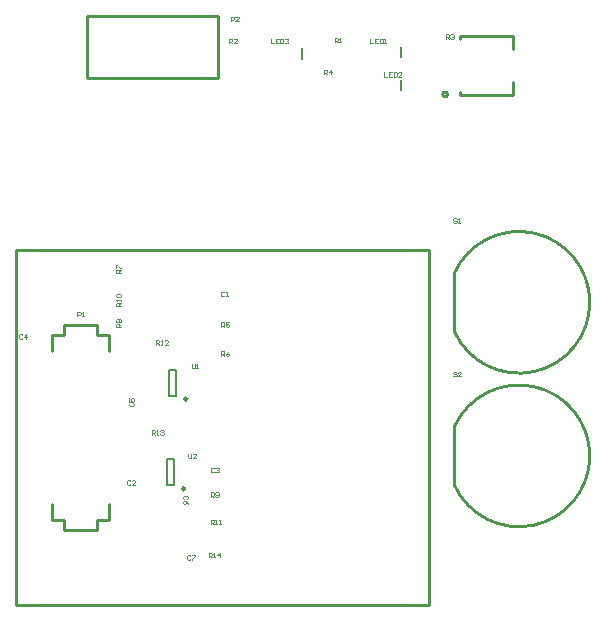
<source format=gto>
G04*
G04 #@! TF.GenerationSoftware,Altium Limited,Altium Designer,19.0.10 (269)*
G04*
G04 Layer_Color=65535*
%FSLAX25Y25*%
%MOIN*%
G70*
G01*
G75*
%ADD10C,0.01000*%
%ADD11C,0.00984*%
%ADD12C,0.00591*%
%ADD13C,0.00787*%
%ADD14C,0.00295*%
D10*
X143922Y170079D02*
G03*
X143922Y170079I-812J0D01*
G01*
X146212Y91013D02*
G03*
X146212Y110562I21505J9775D01*
G01*
X146212Y39831D02*
G03*
X146212Y59381I21505J9775D01*
G01*
X52362Y196318D02*
X67440D01*
Y175452D02*
Y196318D01*
X23840Y175452D02*
Y196318D01*
Y175452D02*
X67440D01*
X23840Y196318D02*
X56299D01*
X148031Y188583D02*
Y189567D01*
Y169882D02*
Y171063D01*
X165748Y185236D02*
Y189567D01*
Y169882D02*
Y174213D01*
X148031Y189567D02*
X165748D01*
X148031Y169882D02*
X165748D01*
X146063Y91013D02*
Y110562D01*
X146063Y39831D02*
Y59381D01*
X16142Y93307D02*
X27165D01*
Y89764D02*
X31102D01*
X16142D02*
Y93307D01*
X12205Y89764D02*
X16142D01*
X27165D02*
Y93307D01*
X16142Y24803D02*
Y28346D01*
X27165D02*
X31102D01*
X27165Y24803D02*
Y28346D01*
X12205D02*
X16142D01*
Y24803D02*
X27165D01*
X12205Y84646D02*
Y89764D01*
X31102Y84646D02*
Y89764D01*
X12205Y28346D02*
Y33465D01*
X31102Y28346D02*
Y33465D01*
X0Y0D02*
X137795D01*
Y118110D01*
X0D02*
X137795D01*
X0Y0D02*
Y118110D01*
D11*
X57185Y68602D02*
G03*
X57185Y68602I-492J0D01*
G01*
X56398Y38681D02*
G03*
X56398Y38681I-492J0D01*
G01*
D12*
X128434Y182431D02*
Y186015D01*
Y171437D02*
Y175021D01*
X95408Y182019D02*
Y185603D01*
D13*
X51181Y69685D02*
Y78347D01*
X53543Y69685D02*
Y78347D01*
X51181D02*
X53543D01*
X51181Y69685D02*
X53543D01*
X50394Y39764D02*
Y48425D01*
X52756Y39764D02*
Y48425D01*
X50394D02*
X52756D01*
X50394Y39764D02*
X52756D01*
D14*
X64252Y15748D02*
Y17322D01*
X65039D01*
X65302Y17060D01*
Y16535D01*
X65039Y16273D01*
X64252D01*
X64777D02*
X65302Y15748D01*
X65826D02*
X66351D01*
X66089D01*
Y17322D01*
X65826Y17060D01*
X67925Y15748D02*
Y17322D01*
X67138Y16535D01*
X68188D01*
X58235Y16273D02*
X57972Y16535D01*
X57447D01*
X57185Y16273D01*
Y15223D01*
X57447Y14961D01*
X57972D01*
X58235Y15223D01*
X58759Y16535D02*
X59809D01*
Y16273D01*
X58759Y15223D01*
Y14961D01*
X45354Y56693D02*
Y58267D01*
X46141D01*
X46404Y58005D01*
Y57480D01*
X46141Y57218D01*
X45354D01*
X45879D02*
X46404Y56693D01*
X46929D02*
X47453D01*
X47191D01*
Y58267D01*
X46929Y58005D01*
X48241D02*
X48503Y58267D01*
X49028D01*
X49290Y58005D01*
Y57742D01*
X49028Y57480D01*
X48765D01*
X49028D01*
X49290Y57218D01*
Y56955D01*
X49028Y56693D01*
X48503D01*
X48241Y56955D01*
X46752Y86614D02*
Y88188D01*
X47539D01*
X47802Y87926D01*
Y87401D01*
X47539Y87139D01*
X46752D01*
X47277D02*
X47802Y86614D01*
X48326D02*
X48851D01*
X48589D01*
Y88188D01*
X48326Y87926D01*
X50688Y86614D02*
X49638D01*
X50688Y87664D01*
Y87926D01*
X50425Y88188D01*
X49901D01*
X49638Y87926D01*
X57217Y35171D02*
X57480Y35433D01*
Y35958D01*
X57217Y36220D01*
X56168D01*
X55905Y35958D01*
Y35433D01*
X56168Y35171D01*
X57480Y33597D02*
X57217Y34121D01*
X56693Y34646D01*
X56168D01*
X55905Y34384D01*
Y33859D01*
X56168Y33597D01*
X56430D01*
X56693Y33859D01*
Y34646D01*
X38058Y67191D02*
X37796Y66929D01*
Y66404D01*
X38058Y66142D01*
X39108D01*
X39370Y66404D01*
Y66929D01*
X39108Y67191D01*
X37796Y68765D02*
Y67716D01*
X38583D01*
X38320Y68241D01*
Y68503D01*
X38583Y68765D01*
X39108D01*
X39370Y68503D01*
Y67978D01*
X39108Y67716D01*
X57480Y50393D02*
Y49081D01*
X57743Y48819D01*
X58267D01*
X58530Y49081D01*
Y50393D01*
X60104Y48819D02*
X59055D01*
X60104Y49868D01*
Y50131D01*
X59842Y50393D01*
X59317D01*
X59055Y50131D01*
X58661Y80314D02*
Y79002D01*
X58924Y78740D01*
X59449D01*
X59711Y79002D01*
Y80314D01*
X60236Y78740D02*
X60760D01*
X60498D01*
Y80314D01*
X60236Y80052D01*
X146918Y77379D02*
X146656Y77641D01*
X146131D01*
X145869Y77379D01*
Y77116D01*
X146131Y76854D01*
X146656D01*
X146918Y76592D01*
Y76329D01*
X146656Y76067D01*
X146131D01*
X145869Y76329D01*
X148492Y76067D02*
X147443D01*
X148492Y77116D01*
Y77379D01*
X148230Y77641D01*
X147705D01*
X147443Y77379D01*
X146918Y128547D02*
X146656Y128809D01*
X146131D01*
X145869Y128547D01*
Y128284D01*
X146131Y128022D01*
X146656D01*
X146918Y127759D01*
Y127497D01*
X146656Y127235D01*
X146131D01*
X145869Y127497D01*
X147443Y127235D02*
X147968D01*
X147705D01*
Y128809D01*
X147443Y128547D01*
X64961Y26772D02*
Y28346D01*
X65748D01*
X66010Y28084D01*
Y27559D01*
X65748Y27296D01*
X64961D01*
X65485D02*
X66010Y26772D01*
X66535D02*
X67060D01*
X66797D01*
Y28346D01*
X66535Y28084D01*
X67847Y26772D02*
X68372D01*
X68109D01*
Y28346D01*
X67847Y28084D01*
X35039Y99606D02*
X33465D01*
Y100393D01*
X33727Y100656D01*
X34252D01*
X34515Y100393D01*
Y99606D01*
Y100131D02*
X35039Y100656D01*
Y101181D02*
Y101705D01*
Y101443D01*
X33465D01*
X33727Y101181D01*
Y102492D02*
X33465Y102755D01*
Y103280D01*
X33727Y103542D01*
X34777D01*
X35039Y103280D01*
Y102755D01*
X34777Y102492D01*
X33727D01*
X64961Y35827D02*
Y37401D01*
X65748D01*
X66010Y37139D01*
Y36614D01*
X65748Y36351D01*
X64961D01*
X65485D02*
X66010Y35827D01*
X66535Y36089D02*
X66797Y35827D01*
X67322D01*
X67585Y36089D01*
Y37139D01*
X67322Y37401D01*
X66797D01*
X66535Y37139D01*
Y36876D01*
X66797Y36614D01*
X67585D01*
X35039Y92520D02*
X33465D01*
Y93307D01*
X33727Y93569D01*
X34252D01*
X34515Y93307D01*
Y92520D01*
Y93044D02*
X35039Y93569D01*
X33727Y94094D02*
X33465Y94356D01*
Y94881D01*
X33727Y95144D01*
X33990D01*
X34252Y94881D01*
X34515Y95144D01*
X34777D01*
X35039Y94881D01*
Y94356D01*
X34777Y94094D01*
X34515D01*
X34252Y94356D01*
X33990Y94094D01*
X33727D01*
X34252Y94356D02*
Y94881D01*
X35039Y110630D02*
X33465D01*
Y111417D01*
X33727Y111679D01*
X34252D01*
X34515Y111417D01*
Y110630D01*
Y111155D02*
X35039Y111679D01*
X33465Y112204D02*
Y113254D01*
X33727D01*
X34777Y112204D01*
X35039D01*
X68504Y82874D02*
Y84448D01*
X69291D01*
X69554Y84186D01*
Y83661D01*
X69291Y83399D01*
X68504D01*
X69029D02*
X69554Y82874D01*
X71128Y84448D02*
X70603Y84186D01*
X70078Y83661D01*
Y83136D01*
X70341Y82874D01*
X70865D01*
X71128Y83136D01*
Y83399D01*
X70865Y83661D01*
X70078D01*
X68504Y92520D02*
Y94094D01*
X69291D01*
X69554Y93832D01*
Y93307D01*
X69291Y93044D01*
X68504D01*
X69029D02*
X69554Y92520D01*
X71128Y94094D02*
X70078D01*
Y93307D01*
X70603Y93569D01*
X70865D01*
X71128Y93307D01*
Y92782D01*
X70865Y92520D01*
X70341D01*
X70078Y92782D01*
X102699Y176772D02*
Y178346D01*
X103486D01*
X103748Y178084D01*
Y177559D01*
X103486Y177296D01*
X102699D01*
X103223D02*
X103748Y176772D01*
X105060D02*
Y178346D01*
X104273Y177559D01*
X105322D01*
X143307Y188583D02*
Y190157D01*
X144094D01*
X144357Y189895D01*
Y189370D01*
X144094Y189107D01*
X143307D01*
X143832D02*
X144357Y188583D01*
X144881Y189895D02*
X145144Y190157D01*
X145668D01*
X145931Y189895D01*
Y189632D01*
X145668Y189370D01*
X145406D01*
X145668D01*
X145931Y189107D01*
Y188845D01*
X145668Y188583D01*
X145144D01*
X144881Y188845D01*
X71051Y187094D02*
Y188669D01*
X71839D01*
X72101Y188406D01*
Y187881D01*
X71839Y187619D01*
X71051D01*
X71576D02*
X72101Y187094D01*
X73675D02*
X72626D01*
X73675Y188144D01*
Y188406D01*
X73413Y188669D01*
X72888D01*
X72626Y188406D01*
X106299Y187402D02*
Y188976D01*
X107086D01*
X107349Y188714D01*
Y188189D01*
X107086Y187926D01*
X106299D01*
X106824D02*
X107349Y187402D01*
X107873D02*
X108398D01*
X108136D01*
Y188976D01*
X107873Y188714D01*
X71653Y194488D02*
Y196063D01*
X72441D01*
X72703Y195800D01*
Y195275D01*
X72441Y195013D01*
X71653D01*
X74277Y194488D02*
X73228D01*
X74277Y195538D01*
Y195800D01*
X74015Y196063D01*
X73490D01*
X73228Y195800D01*
X85039Y188669D02*
Y187094D01*
X86089D01*
X87663Y188669D02*
X86614D01*
Y187094D01*
X87663D01*
X86614Y187881D02*
X87138D01*
X88188Y188669D02*
Y187094D01*
X88975D01*
X89237Y187357D01*
Y188406D01*
X88975Y188669D01*
X88188D01*
X89762Y188406D02*
X90025Y188669D01*
X90549D01*
X90812Y188406D01*
Y188144D01*
X90549Y187881D01*
X90287D01*
X90549D01*
X90812Y187619D01*
Y187357D01*
X90549Y187094D01*
X90025D01*
X89762Y187357D01*
X122790Y177559D02*
Y175984D01*
X123840D01*
X125414Y177559D02*
X124364D01*
Y175984D01*
X125414D01*
X124364Y176771D02*
X124889D01*
X125939Y177559D02*
Y175984D01*
X126726D01*
X126988Y176247D01*
Y177296D01*
X126726Y177559D01*
X125939D01*
X128563Y175984D02*
X127513D01*
X128563Y177034D01*
Y177296D01*
X128300Y177559D01*
X127776D01*
X127513Y177296D01*
X118110Y188669D02*
Y187094D01*
X119160D01*
X120734Y188669D02*
X119685D01*
Y187094D01*
X120734D01*
X119685Y187881D02*
X120209D01*
X121259Y188669D02*
Y187094D01*
X122046D01*
X122308Y187357D01*
Y188406D01*
X122046Y188669D01*
X121259D01*
X122833Y187094D02*
X123358D01*
X123096D01*
Y188669D01*
X122833Y188406D01*
X2237Y89880D02*
X1974Y90143D01*
X1450D01*
X1187Y89880D01*
Y88831D01*
X1450Y88569D01*
X1974D01*
X2237Y88831D01*
X3549Y88569D02*
Y90143D01*
X2762Y89356D01*
X3811D01*
X66010Y45406D02*
X65748Y45669D01*
X65223D01*
X64961Y45406D01*
Y44357D01*
X65223Y44094D01*
X65748D01*
X66010Y44357D01*
X66535Y45406D02*
X66797Y45669D01*
X67322D01*
X67585Y45406D01*
Y45144D01*
X67322Y44882D01*
X67060D01*
X67322D01*
X67585Y44619D01*
Y44357D01*
X67322Y44094D01*
X66797D01*
X66535Y44357D01*
X38181Y41174D02*
X37919Y41436D01*
X37394D01*
X37132Y41174D01*
Y40125D01*
X37394Y39862D01*
X37919D01*
X38181Y40125D01*
X39755Y39862D02*
X38706D01*
X39755Y40912D01*
Y41174D01*
X39493Y41436D01*
X38968D01*
X38706Y41174D01*
X69554Y104068D02*
X69291Y104330D01*
X68766D01*
X68504Y104068D01*
Y103018D01*
X68766Y102756D01*
X69291D01*
X69554Y103018D01*
X70078Y102756D02*
X70603D01*
X70341D01*
Y104330D01*
X70078Y104068D01*
X20575Y96075D02*
Y97649D01*
X21362D01*
X21624Y97387D01*
Y96862D01*
X21362Y96600D01*
X20575D01*
X22149Y96075D02*
X22674D01*
X22411D01*
Y97649D01*
X22149Y97387D01*
M02*

</source>
